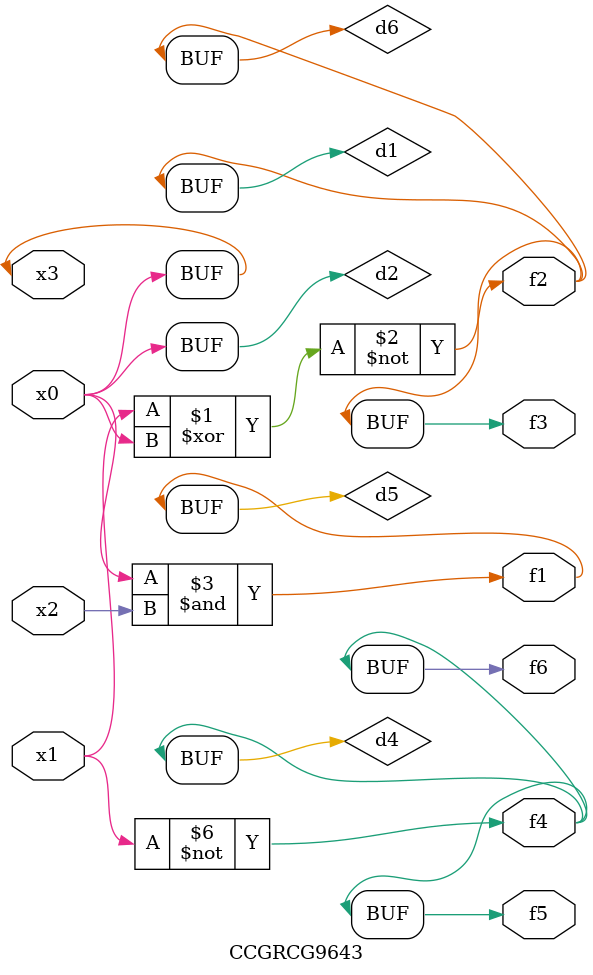
<source format=v>
module CCGRCG9643(
	input x0, x1, x2, x3,
	output f1, f2, f3, f4, f5, f6
);

	wire d1, d2, d3, d4, d5, d6;

	xnor (d1, x1, x3);
	buf (d2, x0, x3);
	nand (d3, x0, x2);
	not (d4, x1);
	nand (d5, d3);
	or (d6, d1);
	assign f1 = d5;
	assign f2 = d6;
	assign f3 = d6;
	assign f4 = d4;
	assign f5 = d4;
	assign f6 = d4;
endmodule

</source>
